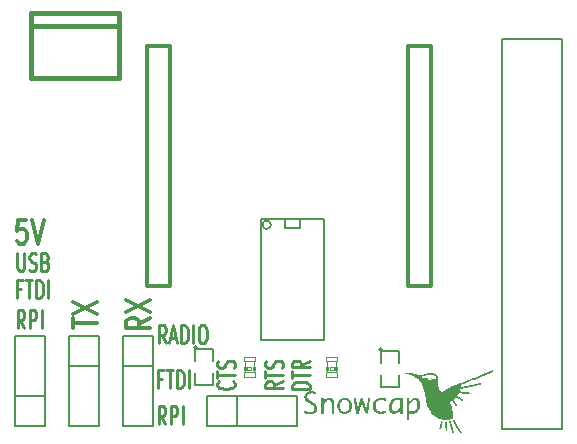
<source format=gto>
G04 (created by PCBNEW (2013-jul-07)-stable) date ma 14. heinäkuuta 2014 13.19.26*
%MOIN*%
G04 Gerber Fmt 3.4, Leading zero omitted, Abs format*
%FSLAX34Y34*%
G01*
G70*
G90*
G04 APERTURE LIST*
%ADD10C,0.00590551*%
%ADD11C,0.01*%
%ADD12C,0.012*%
%ADD13C,0.005*%
%ADD14C,0.006*%
%ADD15C,0.008*%
%ADD16C,0.0026*%
%ADD17C,0.004*%
%ADD18C,0.015*%
%ADD19C,0.0001*%
G04 APERTURE END LIST*
G54D10*
G54D11*
X31842Y-22157D02*
X31242Y-22157D01*
X31242Y-22061D01*
X31271Y-22004D01*
X31328Y-21966D01*
X31385Y-21947D01*
X31500Y-21928D01*
X31585Y-21928D01*
X31700Y-21947D01*
X31757Y-21966D01*
X31814Y-22004D01*
X31842Y-22061D01*
X31842Y-22157D01*
X31242Y-21814D02*
X31242Y-21585D01*
X31842Y-21699D02*
X31242Y-21699D01*
X31842Y-21223D02*
X31557Y-21357D01*
X31842Y-21452D02*
X31242Y-21452D01*
X31242Y-21300D01*
X31271Y-21261D01*
X31300Y-21242D01*
X31357Y-21223D01*
X31442Y-21223D01*
X31500Y-21242D01*
X31528Y-21261D01*
X31557Y-21300D01*
X31557Y-21452D01*
X30942Y-21919D02*
X30657Y-22052D01*
X30942Y-22147D02*
X30342Y-22147D01*
X30342Y-21995D01*
X30371Y-21957D01*
X30400Y-21938D01*
X30457Y-21919D01*
X30542Y-21919D01*
X30600Y-21938D01*
X30628Y-21957D01*
X30657Y-21995D01*
X30657Y-22147D01*
X30342Y-21804D02*
X30342Y-21576D01*
X30942Y-21690D02*
X30342Y-21690D01*
X30914Y-21461D02*
X30942Y-21404D01*
X30942Y-21309D01*
X30914Y-21271D01*
X30885Y-21252D01*
X30828Y-21233D01*
X30771Y-21233D01*
X30714Y-21252D01*
X30685Y-21271D01*
X30657Y-21309D01*
X30628Y-21385D01*
X30600Y-21423D01*
X30571Y-21442D01*
X30514Y-21461D01*
X30457Y-21461D01*
X30400Y-21442D01*
X30371Y-21423D01*
X30342Y-21385D01*
X30342Y-21290D01*
X30371Y-21233D01*
X29285Y-21919D02*
X29314Y-21938D01*
X29342Y-21995D01*
X29342Y-22033D01*
X29314Y-22090D01*
X29257Y-22128D01*
X29200Y-22147D01*
X29085Y-22166D01*
X29000Y-22166D01*
X28885Y-22147D01*
X28828Y-22128D01*
X28771Y-22090D01*
X28742Y-22033D01*
X28742Y-21995D01*
X28771Y-21938D01*
X28800Y-21919D01*
X28742Y-21804D02*
X28742Y-21576D01*
X29342Y-21690D02*
X28742Y-21690D01*
X29314Y-21461D02*
X29342Y-21404D01*
X29342Y-21309D01*
X29314Y-21271D01*
X29285Y-21252D01*
X29228Y-21233D01*
X29171Y-21233D01*
X29114Y-21252D01*
X29085Y-21271D01*
X29057Y-21309D01*
X29028Y-21385D01*
X29000Y-21423D01*
X28971Y-21442D01*
X28914Y-21461D01*
X28857Y-21461D01*
X28800Y-21442D01*
X28771Y-21423D01*
X28742Y-21385D01*
X28742Y-21290D01*
X28771Y-21233D01*
X27028Y-23342D02*
X26895Y-23057D01*
X26800Y-23342D02*
X26800Y-22742D01*
X26952Y-22742D01*
X26990Y-22771D01*
X27009Y-22800D01*
X27028Y-22857D01*
X27028Y-22942D01*
X27009Y-23000D01*
X26990Y-23028D01*
X26952Y-23057D01*
X26800Y-23057D01*
X27200Y-23342D02*
X27200Y-22742D01*
X27352Y-22742D01*
X27390Y-22771D01*
X27409Y-22800D01*
X27428Y-22857D01*
X27428Y-22942D01*
X27409Y-23000D01*
X27390Y-23028D01*
X27352Y-23057D01*
X27200Y-23057D01*
X27600Y-23342D02*
X27600Y-22742D01*
X26909Y-21828D02*
X26776Y-21828D01*
X26776Y-22142D02*
X26776Y-21542D01*
X26966Y-21542D01*
X27061Y-21542D02*
X27290Y-21542D01*
X27176Y-22142D02*
X27176Y-21542D01*
X27423Y-22142D02*
X27423Y-21542D01*
X27519Y-21542D01*
X27576Y-21571D01*
X27614Y-21628D01*
X27633Y-21685D01*
X27652Y-21800D01*
X27652Y-21885D01*
X27633Y-22000D01*
X27614Y-22057D01*
X27576Y-22114D01*
X27519Y-22142D01*
X27423Y-22142D01*
X27823Y-22142D02*
X27823Y-21542D01*
X27047Y-20642D02*
X26914Y-20357D01*
X26819Y-20642D02*
X26819Y-20042D01*
X26971Y-20042D01*
X27009Y-20071D01*
X27028Y-20100D01*
X27047Y-20157D01*
X27047Y-20242D01*
X27028Y-20300D01*
X27009Y-20328D01*
X26971Y-20357D01*
X26819Y-20357D01*
X27200Y-20471D02*
X27390Y-20471D01*
X27161Y-20642D02*
X27295Y-20042D01*
X27428Y-20642D01*
X27561Y-20642D02*
X27561Y-20042D01*
X27657Y-20042D01*
X27714Y-20071D01*
X27752Y-20128D01*
X27771Y-20185D01*
X27790Y-20300D01*
X27790Y-20385D01*
X27771Y-20500D01*
X27752Y-20557D01*
X27714Y-20614D01*
X27657Y-20642D01*
X27561Y-20642D01*
X27961Y-20642D02*
X27961Y-20042D01*
X28228Y-20042D02*
X28304Y-20042D01*
X28342Y-20071D01*
X28380Y-20128D01*
X28400Y-20242D01*
X28400Y-20442D01*
X28380Y-20557D01*
X28342Y-20614D01*
X28304Y-20642D01*
X28228Y-20642D01*
X28190Y-20614D01*
X28152Y-20557D01*
X28133Y-20442D01*
X28133Y-20242D01*
X28152Y-20128D01*
X28190Y-20071D01*
X28228Y-20042D01*
X22209Y-18828D02*
X22076Y-18828D01*
X22076Y-19142D02*
X22076Y-18542D01*
X22266Y-18542D01*
X22361Y-18542D02*
X22590Y-18542D01*
X22476Y-19142D02*
X22476Y-18542D01*
X22723Y-19142D02*
X22723Y-18542D01*
X22819Y-18542D01*
X22876Y-18571D01*
X22914Y-18628D01*
X22933Y-18685D01*
X22952Y-18800D01*
X22952Y-18885D01*
X22933Y-19000D01*
X22914Y-19057D01*
X22876Y-19114D01*
X22819Y-19142D01*
X22723Y-19142D01*
X23123Y-19142D02*
X23123Y-18542D01*
X22328Y-20142D02*
X22195Y-19857D01*
X22100Y-20142D02*
X22100Y-19542D01*
X22252Y-19542D01*
X22290Y-19571D01*
X22309Y-19600D01*
X22328Y-19657D01*
X22328Y-19742D01*
X22309Y-19800D01*
X22290Y-19828D01*
X22252Y-19857D01*
X22100Y-19857D01*
X22500Y-20142D02*
X22500Y-19542D01*
X22652Y-19542D01*
X22690Y-19571D01*
X22709Y-19600D01*
X22728Y-19657D01*
X22728Y-19742D01*
X22709Y-19800D01*
X22690Y-19828D01*
X22652Y-19857D01*
X22500Y-19857D01*
X22900Y-20142D02*
X22900Y-19542D01*
X22095Y-17642D02*
X22095Y-18128D01*
X22114Y-18185D01*
X22133Y-18214D01*
X22171Y-18242D01*
X22247Y-18242D01*
X22285Y-18214D01*
X22304Y-18185D01*
X22323Y-18128D01*
X22323Y-17642D01*
X22495Y-18214D02*
X22552Y-18242D01*
X22647Y-18242D01*
X22685Y-18214D01*
X22704Y-18185D01*
X22723Y-18128D01*
X22723Y-18071D01*
X22704Y-18014D01*
X22685Y-17985D01*
X22647Y-17957D01*
X22571Y-17928D01*
X22533Y-17900D01*
X22514Y-17871D01*
X22495Y-17814D01*
X22495Y-17757D01*
X22514Y-17700D01*
X22533Y-17671D01*
X22571Y-17642D01*
X22666Y-17642D01*
X22723Y-17671D01*
X23028Y-17928D02*
X23085Y-17957D01*
X23104Y-17985D01*
X23123Y-18042D01*
X23123Y-18128D01*
X23104Y-18185D01*
X23085Y-18214D01*
X23047Y-18242D01*
X22895Y-18242D01*
X22895Y-17642D01*
X23028Y-17642D01*
X23066Y-17671D01*
X23085Y-17700D01*
X23104Y-17757D01*
X23104Y-17814D01*
X23085Y-17871D01*
X23066Y-17900D01*
X23028Y-17928D01*
X22895Y-17928D01*
G54D12*
X22385Y-16523D02*
X22100Y-16523D01*
X22071Y-16904D01*
X22100Y-16866D01*
X22157Y-16828D01*
X22300Y-16828D01*
X22357Y-16866D01*
X22385Y-16904D01*
X22414Y-16980D01*
X22414Y-17171D01*
X22385Y-17247D01*
X22357Y-17285D01*
X22300Y-17323D01*
X22157Y-17323D01*
X22100Y-17285D01*
X22071Y-17247D01*
X22585Y-16523D02*
X22785Y-17323D01*
X22985Y-16523D01*
X26523Y-19800D02*
X26142Y-20000D01*
X26523Y-20142D02*
X25723Y-20142D01*
X25723Y-19914D01*
X25761Y-19857D01*
X25800Y-19828D01*
X25876Y-19800D01*
X25990Y-19800D01*
X26066Y-19828D01*
X26104Y-19857D01*
X26142Y-19914D01*
X26142Y-20142D01*
X25723Y-19600D02*
X26523Y-19200D01*
X25723Y-19200D02*
X26523Y-19600D01*
X23933Y-20142D02*
X23933Y-19799D01*
X24733Y-19970D02*
X23933Y-19970D01*
X23933Y-19656D02*
X24733Y-19256D01*
X23933Y-19256D02*
X24733Y-19656D01*
G54D13*
X30541Y-16700D02*
G75*
G03X30541Y-16700I-141J0D01*
G74*
G01*
X31500Y-16500D02*
X31500Y-16800D01*
X31500Y-16800D02*
X31000Y-16800D01*
X31000Y-16800D02*
X31000Y-16500D01*
X30200Y-20550D02*
X30200Y-16500D01*
X32300Y-16500D02*
X32300Y-20550D01*
X32300Y-16500D02*
X30200Y-16500D01*
X32300Y-20550D02*
X30200Y-20550D01*
G54D14*
X23000Y-23400D02*
X22000Y-23400D01*
X22000Y-23400D02*
X22000Y-20400D01*
X22000Y-20400D02*
X23000Y-20400D01*
X23000Y-20400D02*
X23000Y-23400D01*
X22000Y-22400D02*
X23000Y-22400D01*
X25600Y-20400D02*
X26600Y-20400D01*
X26600Y-20400D02*
X26600Y-23400D01*
X26600Y-23400D02*
X25600Y-23400D01*
X25600Y-23400D02*
X25600Y-20400D01*
X26600Y-21400D02*
X25600Y-21400D01*
X23800Y-20400D02*
X24800Y-20400D01*
X24800Y-20400D02*
X24800Y-23400D01*
X24800Y-23400D02*
X23800Y-23400D01*
X23800Y-23400D02*
X23800Y-20400D01*
X24800Y-21400D02*
X23800Y-21400D01*
G54D15*
X38250Y-10500D02*
X38250Y-23500D01*
X40250Y-23500D02*
X40250Y-10500D01*
X40250Y-10500D02*
X38250Y-10500D01*
X38250Y-23500D02*
X40250Y-23500D01*
G54D12*
X27184Y-18726D02*
X26426Y-18726D01*
X26416Y-10743D02*
X27184Y-10743D01*
X26406Y-10743D02*
X26406Y-18726D01*
X27194Y-18726D02*
X27194Y-10743D01*
X35884Y-18726D02*
X35126Y-18726D01*
X35116Y-10743D02*
X35884Y-10743D01*
X35106Y-10743D02*
X35106Y-18726D01*
X35894Y-18726D02*
X35894Y-10743D01*
G54D13*
X34250Y-20850D02*
G75*
G03X34250Y-20850I-50J0D01*
G74*
G01*
X34200Y-21300D02*
X34200Y-20900D01*
X34200Y-20900D02*
X34800Y-20900D01*
X34800Y-20900D02*
X34800Y-21300D01*
X34800Y-21700D02*
X34800Y-22100D01*
X34800Y-22100D02*
X34200Y-22100D01*
X34200Y-22100D02*
X34200Y-21700D01*
X28070Y-20780D02*
G75*
G03X28070Y-20780I-50J0D01*
G74*
G01*
X28020Y-21230D02*
X28020Y-20830D01*
X28020Y-20830D02*
X28620Y-20830D01*
X28620Y-20830D02*
X28620Y-21230D01*
X28620Y-21630D02*
X28620Y-22030D01*
X28620Y-22030D02*
X28020Y-22030D01*
X28020Y-22030D02*
X28020Y-21630D01*
G54D16*
X32747Y-21607D02*
X32393Y-21607D01*
X32393Y-21607D02*
X32393Y-21764D01*
X32747Y-21764D02*
X32393Y-21764D01*
X32747Y-21607D02*
X32747Y-21764D01*
X32747Y-21096D02*
X32393Y-21096D01*
X32393Y-21096D02*
X32393Y-21253D01*
X32747Y-21253D02*
X32393Y-21253D01*
X32747Y-21096D02*
X32747Y-21253D01*
X32747Y-21430D02*
X32688Y-21430D01*
X32688Y-21430D02*
X32688Y-21548D01*
X32747Y-21548D02*
X32688Y-21548D01*
X32747Y-21430D02*
X32747Y-21548D01*
X32452Y-21430D02*
X32393Y-21430D01*
X32393Y-21430D02*
X32393Y-21548D01*
X32452Y-21548D02*
X32393Y-21548D01*
X32452Y-21430D02*
X32452Y-21548D01*
X32629Y-21430D02*
X32511Y-21430D01*
X32511Y-21430D02*
X32511Y-21548D01*
X32629Y-21548D02*
X32511Y-21548D01*
X32629Y-21430D02*
X32629Y-21548D01*
G54D17*
X32727Y-21607D02*
X32727Y-21253D01*
X32413Y-21607D02*
X32413Y-21253D01*
G54D16*
X29997Y-21607D02*
X29643Y-21607D01*
X29643Y-21607D02*
X29643Y-21764D01*
X29997Y-21764D02*
X29643Y-21764D01*
X29997Y-21607D02*
X29997Y-21764D01*
X29997Y-21096D02*
X29643Y-21096D01*
X29643Y-21096D02*
X29643Y-21253D01*
X29997Y-21253D02*
X29643Y-21253D01*
X29997Y-21096D02*
X29997Y-21253D01*
X29997Y-21430D02*
X29938Y-21430D01*
X29938Y-21430D02*
X29938Y-21548D01*
X29997Y-21548D02*
X29938Y-21548D01*
X29997Y-21430D02*
X29997Y-21548D01*
X29702Y-21430D02*
X29643Y-21430D01*
X29643Y-21430D02*
X29643Y-21548D01*
X29702Y-21548D02*
X29643Y-21548D01*
X29702Y-21430D02*
X29702Y-21548D01*
X29879Y-21430D02*
X29761Y-21430D01*
X29761Y-21430D02*
X29761Y-21548D01*
X29879Y-21548D02*
X29761Y-21548D01*
X29879Y-21430D02*
X29879Y-21548D01*
G54D17*
X29977Y-21607D02*
X29977Y-21253D01*
X29663Y-21607D02*
X29663Y-21253D01*
G54D18*
X25491Y-10058D02*
X25491Y-9625D01*
X25491Y-9625D02*
X22539Y-9625D01*
X22539Y-9625D02*
X22539Y-10058D01*
X25491Y-10058D02*
X25491Y-11790D01*
X25491Y-11790D02*
X22539Y-11790D01*
X25491Y-10058D02*
X22539Y-10058D01*
X22539Y-10058D02*
X22539Y-11790D01*
G54D19*
G36*
X36902Y-23626D02*
X36899Y-23633D01*
X36894Y-23639D01*
X36886Y-23648D01*
X36876Y-23651D01*
X36868Y-23650D01*
X36862Y-23649D01*
X36856Y-23645D01*
X36850Y-23639D01*
X36842Y-23630D01*
X36832Y-23617D01*
X36820Y-23602D01*
X36768Y-23526D01*
X36719Y-23446D01*
X36673Y-23361D01*
X36636Y-23283D01*
X36627Y-23262D01*
X36620Y-23247D01*
X36616Y-23235D01*
X36614Y-23226D01*
X36613Y-23219D01*
X36613Y-23213D01*
X36615Y-23207D01*
X36615Y-23207D01*
X36621Y-23199D01*
X36631Y-23194D01*
X36641Y-23191D01*
X36648Y-23191D01*
X36654Y-23193D01*
X36659Y-23197D01*
X36665Y-23204D01*
X36671Y-23214D01*
X36678Y-23228D01*
X36687Y-23247D01*
X36689Y-23254D01*
X36715Y-23309D01*
X36744Y-23365D01*
X36775Y-23421D01*
X36808Y-23475D01*
X36841Y-23526D01*
X36873Y-23572D01*
X36877Y-23578D01*
X36889Y-23594D01*
X36897Y-23607D01*
X36901Y-23617D01*
X36902Y-23626D01*
X36902Y-23626D01*
X36902Y-23626D01*
G37*
G36*
X36641Y-23597D02*
X36638Y-23609D01*
X36631Y-23618D01*
X36620Y-23623D01*
X36609Y-23625D01*
X36597Y-23621D01*
X36594Y-23620D01*
X36589Y-23614D01*
X36584Y-23605D01*
X36583Y-23601D01*
X36581Y-23596D01*
X36577Y-23585D01*
X36572Y-23569D01*
X36566Y-23550D01*
X36560Y-23528D01*
X36552Y-23503D01*
X36544Y-23476D01*
X36535Y-23449D01*
X36527Y-23421D01*
X36518Y-23393D01*
X36510Y-23367D01*
X36503Y-23342D01*
X36496Y-23320D01*
X36491Y-23301D01*
X36486Y-23286D01*
X36483Y-23275D01*
X36482Y-23270D01*
X36481Y-23261D01*
X36483Y-23255D01*
X36492Y-23244D01*
X36503Y-23238D01*
X36514Y-23237D01*
X36525Y-23240D01*
X36534Y-23249D01*
X36538Y-23255D01*
X36541Y-23262D01*
X36545Y-23274D01*
X36550Y-23290D01*
X36556Y-23310D01*
X36563Y-23334D01*
X36571Y-23359D01*
X36580Y-23386D01*
X36588Y-23414D01*
X36597Y-23442D01*
X36605Y-23470D01*
X36613Y-23497D01*
X36620Y-23522D01*
X36627Y-23545D01*
X36632Y-23564D01*
X36636Y-23580D01*
X36639Y-23591D01*
X36641Y-23597D01*
X36641Y-23597D01*
X36641Y-23597D01*
X36641Y-23597D01*
G37*
G36*
X36426Y-23526D02*
X36426Y-23535D01*
X36426Y-23541D01*
X36424Y-23546D01*
X36423Y-23550D01*
X36421Y-23552D01*
X36418Y-23555D01*
X36417Y-23556D01*
X36405Y-23563D01*
X36394Y-23564D01*
X36383Y-23559D01*
X36379Y-23555D01*
X36372Y-23547D01*
X36368Y-23537D01*
X36368Y-23536D01*
X36367Y-23530D01*
X36366Y-23519D01*
X36364Y-23504D01*
X36362Y-23484D01*
X36360Y-23461D01*
X36357Y-23435D01*
X36354Y-23408D01*
X36354Y-23401D01*
X36350Y-23370D01*
X36348Y-23344D01*
X36346Y-23324D01*
X36345Y-23308D01*
X36344Y-23295D01*
X36343Y-23286D01*
X36343Y-23279D01*
X36344Y-23274D01*
X36344Y-23271D01*
X36346Y-23268D01*
X36347Y-23265D01*
X36355Y-23255D01*
X36366Y-23250D01*
X36378Y-23250D01*
X36388Y-23255D01*
X36396Y-23263D01*
X36398Y-23267D01*
X36400Y-23275D01*
X36402Y-23288D01*
X36404Y-23306D01*
X36407Y-23329D01*
X36410Y-23357D01*
X36414Y-23391D01*
X36414Y-23391D01*
X36418Y-23426D01*
X36421Y-23455D01*
X36423Y-23479D01*
X36425Y-23499D01*
X36426Y-23514D01*
X36426Y-23526D01*
X36426Y-23526D01*
X36426Y-23526D01*
G37*
G36*
X36262Y-23275D02*
X36262Y-23292D01*
X36260Y-23314D01*
X36257Y-23338D01*
X36253Y-23363D01*
X36249Y-23386D01*
X36244Y-23406D01*
X36243Y-23410D01*
X36236Y-23434D01*
X36228Y-23456D01*
X36220Y-23475D01*
X36211Y-23489D01*
X36203Y-23499D01*
X36200Y-23501D01*
X36188Y-23504D01*
X36175Y-23502D01*
X36167Y-23498D01*
X36159Y-23490D01*
X36156Y-23480D01*
X36158Y-23467D01*
X36164Y-23451D01*
X36166Y-23447D01*
X36176Y-23422D01*
X36185Y-23392D01*
X36192Y-23359D01*
X36198Y-23320D01*
X36202Y-23278D01*
X36204Y-23263D01*
X36205Y-23253D01*
X36207Y-23246D01*
X36209Y-23242D01*
X36213Y-23238D01*
X36213Y-23238D01*
X36225Y-23231D01*
X36237Y-23231D01*
X36249Y-23236D01*
X36253Y-23240D01*
X36258Y-23244D01*
X36260Y-23249D01*
X36262Y-23256D01*
X36262Y-23266D01*
X36262Y-23275D01*
X36262Y-23275D01*
X36262Y-23275D01*
G37*
G36*
X37948Y-21582D02*
X37946Y-21593D01*
X37940Y-21603D01*
X37939Y-21604D01*
X37934Y-21607D01*
X37924Y-21611D01*
X37910Y-21618D01*
X37893Y-21625D01*
X37875Y-21633D01*
X37870Y-21635D01*
X37856Y-21641D01*
X37837Y-21649D01*
X37814Y-21658D01*
X37786Y-21670D01*
X37756Y-21682D01*
X37724Y-21695D01*
X37690Y-21710D01*
X37655Y-21724D01*
X37619Y-21739D01*
X37613Y-21741D01*
X37544Y-21769D01*
X37474Y-21798D01*
X37402Y-21828D01*
X37330Y-21857D01*
X37259Y-21885D01*
X37190Y-21913D01*
X37123Y-21939D01*
X37060Y-21964D01*
X37002Y-21986D01*
X36995Y-21989D01*
X36971Y-21998D01*
X36950Y-22006D01*
X36930Y-22014D01*
X36914Y-22020D01*
X36901Y-22025D01*
X36893Y-22028D01*
X36891Y-22029D01*
X36888Y-22031D01*
X36886Y-22035D01*
X36884Y-22043D01*
X36882Y-22054D01*
X36879Y-22069D01*
X36877Y-22083D01*
X36876Y-22095D01*
X36875Y-22104D01*
X36875Y-22107D01*
X36878Y-22106D01*
X36887Y-22104D01*
X36901Y-22101D01*
X36920Y-22097D01*
X36944Y-22092D01*
X36971Y-22086D01*
X37003Y-22080D01*
X37037Y-22072D01*
X37075Y-22064D01*
X37115Y-22055D01*
X37157Y-22046D01*
X37186Y-22040D01*
X37229Y-22031D01*
X37271Y-22022D01*
X37311Y-22013D01*
X37349Y-22005D01*
X37383Y-21998D01*
X37415Y-21991D01*
X37442Y-21986D01*
X37466Y-21981D01*
X37485Y-21977D01*
X37499Y-21974D01*
X37507Y-21973D01*
X37509Y-21973D01*
X37523Y-21975D01*
X37532Y-21983D01*
X37538Y-21993D01*
X37539Y-22001D01*
X37537Y-22013D01*
X37530Y-22022D01*
X37523Y-22026D01*
X37519Y-22028D01*
X37509Y-22030D01*
X37494Y-22034D01*
X37474Y-22038D01*
X37449Y-22044D01*
X37421Y-22050D01*
X37388Y-22058D01*
X37352Y-22066D01*
X37314Y-22074D01*
X37273Y-22083D01*
X37230Y-22092D01*
X37186Y-22102D01*
X36858Y-22173D01*
X36847Y-22204D01*
X36841Y-22221D01*
X36837Y-22233D01*
X36834Y-22240D01*
X36833Y-22244D01*
X36834Y-22246D01*
X36835Y-22247D01*
X36836Y-22247D01*
X36841Y-22247D01*
X36852Y-22249D01*
X36867Y-22251D01*
X36886Y-22253D01*
X36909Y-22256D01*
X36934Y-22259D01*
X36960Y-22263D01*
X36988Y-22267D01*
X37016Y-22270D01*
X37043Y-22274D01*
X37069Y-22278D01*
X37093Y-22281D01*
X37115Y-22285D01*
X37133Y-22287D01*
X37146Y-22289D01*
X37155Y-22291D01*
X37159Y-22292D01*
X37169Y-22299D01*
X37175Y-22310D01*
X37176Y-22323D01*
X37171Y-22336D01*
X37162Y-22344D01*
X37150Y-22348D01*
X37148Y-22348D01*
X37143Y-22347D01*
X37132Y-22346D01*
X37116Y-22344D01*
X37096Y-22342D01*
X37072Y-22339D01*
X37045Y-22335D01*
X37016Y-22332D01*
X36984Y-22327D01*
X36970Y-22326D01*
X36938Y-22321D01*
X36909Y-22318D01*
X36881Y-22314D01*
X36857Y-22311D01*
X36837Y-22309D01*
X36820Y-22307D01*
X36809Y-22306D01*
X36803Y-22306D01*
X36802Y-22306D01*
X36800Y-22309D01*
X36796Y-22317D01*
X36789Y-22329D01*
X36781Y-22343D01*
X36776Y-22351D01*
X36752Y-22393D01*
X36844Y-22454D01*
X36865Y-22469D01*
X36885Y-22483D01*
X36903Y-22495D01*
X36919Y-22506D01*
X36930Y-22515D01*
X36938Y-22521D01*
X36941Y-22524D01*
X36946Y-22536D01*
X36945Y-22548D01*
X36937Y-22559D01*
X36937Y-22559D01*
X36933Y-22564D01*
X36928Y-22567D01*
X36923Y-22568D01*
X36917Y-22568D01*
X36910Y-22566D01*
X36901Y-22562D01*
X36889Y-22556D01*
X36874Y-22547D01*
X36855Y-22535D01*
X36832Y-22520D01*
X36813Y-22507D01*
X36791Y-22493D01*
X36771Y-22480D01*
X36754Y-22468D01*
X36739Y-22459D01*
X36727Y-22451D01*
X36720Y-22447D01*
X36718Y-22446D01*
X36715Y-22448D01*
X36709Y-22454D01*
X36700Y-22462D01*
X36696Y-22467D01*
X36686Y-22477D01*
X36675Y-22487D01*
X36662Y-22498D01*
X36651Y-22507D01*
X36642Y-22514D01*
X36638Y-22517D01*
X36640Y-22519D01*
X36644Y-22527D01*
X36651Y-22538D01*
X36660Y-22553D01*
X36671Y-22571D01*
X36683Y-22591D01*
X36693Y-22607D01*
X36709Y-22634D01*
X36722Y-22656D01*
X36733Y-22674D01*
X36740Y-22688D01*
X36745Y-22699D01*
X36748Y-22707D01*
X36749Y-22714D01*
X36748Y-22719D01*
X36745Y-22723D01*
X36741Y-22728D01*
X36739Y-22730D01*
X36727Y-22737D01*
X36716Y-22738D01*
X36705Y-22733D01*
X36699Y-22728D01*
X36695Y-22723D01*
X36688Y-22713D01*
X36679Y-22700D01*
X36668Y-22683D01*
X36656Y-22663D01*
X36643Y-22642D01*
X36638Y-22634D01*
X36625Y-22613D01*
X36614Y-22594D01*
X36603Y-22578D01*
X36595Y-22565D01*
X36589Y-22555D01*
X36586Y-22550D01*
X36585Y-22550D01*
X36582Y-22551D01*
X36575Y-22555D01*
X36564Y-22562D01*
X36551Y-22570D01*
X36543Y-22575D01*
X36502Y-22600D01*
X36510Y-22618D01*
X36539Y-22688D01*
X36564Y-22761D01*
X36586Y-22838D01*
X36595Y-22876D01*
X36602Y-22913D01*
X36608Y-22952D01*
X36613Y-22992D01*
X36616Y-23031D01*
X36618Y-23068D01*
X36618Y-23099D01*
X36617Y-23132D01*
X36603Y-23147D01*
X36591Y-23158D01*
X36579Y-23167D01*
X36565Y-23174D01*
X36548Y-23180D01*
X36527Y-23186D01*
X36488Y-23195D01*
X36452Y-23201D01*
X36417Y-23204D01*
X36379Y-23205D01*
X36339Y-23202D01*
X36330Y-23202D01*
X36299Y-23199D01*
X36273Y-23195D01*
X36251Y-23192D01*
X36231Y-23187D01*
X36211Y-23181D01*
X36191Y-23174D01*
X36168Y-23165D01*
X36160Y-23161D01*
X36112Y-23139D01*
X36068Y-23113D01*
X36055Y-23104D01*
X36055Y-21811D01*
X36053Y-21798D01*
X36047Y-21774D01*
X36038Y-21754D01*
X36029Y-21743D01*
X36015Y-21731D01*
X35996Y-21721D01*
X35975Y-21712D01*
X35953Y-21706D01*
X35938Y-21703D01*
X35918Y-21702D01*
X35895Y-21701D01*
X35871Y-21701D01*
X35845Y-21701D01*
X35821Y-21702D01*
X35799Y-21704D01*
X35785Y-21706D01*
X35758Y-21711D01*
X35728Y-21717D01*
X35695Y-21725D01*
X35661Y-21735D01*
X35627Y-21744D01*
X35595Y-21754D01*
X35567Y-21764D01*
X35560Y-21767D01*
X35530Y-21779D01*
X35545Y-21781D01*
X35564Y-21784D01*
X35586Y-21786D01*
X35612Y-21789D01*
X35639Y-21792D01*
X35667Y-21795D01*
X35694Y-21797D01*
X35720Y-21799D01*
X35743Y-21801D01*
X35762Y-21802D01*
X35775Y-21803D01*
X35776Y-21803D01*
X35801Y-21803D01*
X35790Y-21811D01*
X35780Y-21821D01*
X35776Y-21831D01*
X35777Y-21842D01*
X35778Y-21845D01*
X35784Y-21854D01*
X35794Y-21861D01*
X35809Y-21868D01*
X35816Y-21871D01*
X35829Y-21873D01*
X35845Y-21874D01*
X35862Y-21873D01*
X35876Y-21871D01*
X35887Y-21867D01*
X35888Y-21867D01*
X35899Y-21857D01*
X35905Y-21847D01*
X35905Y-21835D01*
X35899Y-21824D01*
X35897Y-21821D01*
X35894Y-21818D01*
X35893Y-21816D01*
X35894Y-21816D01*
X35900Y-21816D01*
X35911Y-21818D01*
X35922Y-21820D01*
X35937Y-21822D01*
X35956Y-21824D01*
X35975Y-21826D01*
X35984Y-21827D01*
X36000Y-21828D01*
X36011Y-21828D01*
X36018Y-21827D01*
X36025Y-21825D01*
X36032Y-21822D01*
X36037Y-21820D01*
X36055Y-21811D01*
X36055Y-23104D01*
X36026Y-23083D01*
X35984Y-23049D01*
X35956Y-23023D01*
X35922Y-22988D01*
X35891Y-22955D01*
X35864Y-22921D01*
X35840Y-22886D01*
X35818Y-22849D01*
X35797Y-22809D01*
X35777Y-22765D01*
X35760Y-22723D01*
X35751Y-22700D01*
X35744Y-22679D01*
X35737Y-22657D01*
X35731Y-22635D01*
X35725Y-22611D01*
X35719Y-22584D01*
X35714Y-22554D01*
X35708Y-22520D01*
X35701Y-22481D01*
X35698Y-22463D01*
X35688Y-22400D01*
X35678Y-22344D01*
X35668Y-22292D01*
X35658Y-22245D01*
X35647Y-22201D01*
X35636Y-22160D01*
X35623Y-22122D01*
X35610Y-22085D01*
X35595Y-22049D01*
X35579Y-22013D01*
X35565Y-21984D01*
X35558Y-21971D01*
X35548Y-21954D01*
X35536Y-21935D01*
X35523Y-21916D01*
X35509Y-21896D01*
X35495Y-21877D01*
X35482Y-21860D01*
X35471Y-21845D01*
X35461Y-21834D01*
X35454Y-21828D01*
X35454Y-21828D01*
X35426Y-21809D01*
X35393Y-21789D01*
X35356Y-21769D01*
X35316Y-21749D01*
X35275Y-21730D01*
X35233Y-21713D01*
X35193Y-21697D01*
X35154Y-21684D01*
X35150Y-21683D01*
X35113Y-21673D01*
X35082Y-21664D01*
X35053Y-21657D01*
X35027Y-21652D01*
X35000Y-21647D01*
X34974Y-21644D01*
X34945Y-21641D01*
X34928Y-21640D01*
X34914Y-21639D01*
X34905Y-21638D01*
X34900Y-21636D01*
X34898Y-21634D01*
X34898Y-21632D01*
X34898Y-21629D01*
X34901Y-21627D01*
X34906Y-21625D01*
X34914Y-21624D01*
X34925Y-21623D01*
X34941Y-21623D01*
X34961Y-21624D01*
X34987Y-21624D01*
X35016Y-21625D01*
X35079Y-21628D01*
X35136Y-21632D01*
X35188Y-21638D01*
X35237Y-21644D01*
X35282Y-21652D01*
X35324Y-21661D01*
X35365Y-21672D01*
X35404Y-21685D01*
X35443Y-21700D01*
X35460Y-21707D01*
X35475Y-21713D01*
X35488Y-21718D01*
X35498Y-21722D01*
X35505Y-21723D01*
X35505Y-21723D01*
X35510Y-21721D01*
X35520Y-21717D01*
X35532Y-21713D01*
X35540Y-21710D01*
X35566Y-21700D01*
X35597Y-21690D01*
X35631Y-21680D01*
X35666Y-21671D01*
X35700Y-21662D01*
X35732Y-21654D01*
X35761Y-21649D01*
X35774Y-21647D01*
X35800Y-21643D01*
X35830Y-21641D01*
X35860Y-21640D01*
X35889Y-21639D01*
X35915Y-21640D01*
X35930Y-21642D01*
X35970Y-21648D01*
X36005Y-21659D01*
X36036Y-21673D01*
X36061Y-21690D01*
X36082Y-21711D01*
X36097Y-21735D01*
X36102Y-21746D01*
X36105Y-21756D01*
X36108Y-21767D01*
X36111Y-21780D01*
X36113Y-21796D01*
X36115Y-21815D01*
X36117Y-21837D01*
X36119Y-21864D01*
X36120Y-21896D01*
X36122Y-21933D01*
X36122Y-21940D01*
X36124Y-21985D01*
X36126Y-22025D01*
X36128Y-22059D01*
X36131Y-22089D01*
X36134Y-22114D01*
X36137Y-22136D01*
X36141Y-22155D01*
X36145Y-22170D01*
X36149Y-22184D01*
X36155Y-22196D01*
X36155Y-22196D01*
X36158Y-22202D01*
X36161Y-22206D01*
X36166Y-22212D01*
X36173Y-22218D01*
X36182Y-22225D01*
X36195Y-22236D01*
X36208Y-22245D01*
X36240Y-22270D01*
X36259Y-22256D01*
X36280Y-22240D01*
X36306Y-22223D01*
X36336Y-22204D01*
X36370Y-22184D01*
X36407Y-22163D01*
X36445Y-22143D01*
X36483Y-22123D01*
X36522Y-22104D01*
X36560Y-22086D01*
X36584Y-22076D01*
X36611Y-22064D01*
X36642Y-22052D01*
X36674Y-22039D01*
X36707Y-22027D01*
X36740Y-22014D01*
X36772Y-22003D01*
X36801Y-21993D01*
X36827Y-21984D01*
X36848Y-21978D01*
X36849Y-21978D01*
X36863Y-21973D01*
X36882Y-21967D01*
X36907Y-21958D01*
X36937Y-21946D01*
X36972Y-21933D01*
X37012Y-21918D01*
X37056Y-21901D01*
X37104Y-21882D01*
X37156Y-21861D01*
X37212Y-21839D01*
X37271Y-21815D01*
X37334Y-21790D01*
X37400Y-21763D01*
X37468Y-21735D01*
X37539Y-21706D01*
X37613Y-21676D01*
X37688Y-21645D01*
X37766Y-21613D01*
X37832Y-21585D01*
X37856Y-21575D01*
X37876Y-21567D01*
X37891Y-21561D01*
X37902Y-21557D01*
X37911Y-21554D01*
X37917Y-21553D01*
X37921Y-21552D01*
X37925Y-21553D01*
X37929Y-21554D01*
X37930Y-21554D01*
X37940Y-21560D01*
X37946Y-21570D01*
X37948Y-21582D01*
X37948Y-21582D01*
X37948Y-21582D01*
G37*
G36*
X35517Y-22679D02*
X35515Y-22723D01*
X35509Y-22763D01*
X35500Y-22800D01*
X35486Y-22835D01*
X35482Y-22844D01*
X35460Y-22882D01*
X35434Y-22915D01*
X35423Y-22926D01*
X35423Y-22707D01*
X35423Y-22672D01*
X35419Y-22640D01*
X35412Y-22611D01*
X35401Y-22587D01*
X35388Y-22567D01*
X35372Y-22552D01*
X35353Y-22542D01*
X35334Y-22538D01*
X35313Y-22539D01*
X35291Y-22546D01*
X35268Y-22558D01*
X35244Y-22574D01*
X35221Y-22595D01*
X35198Y-22620D01*
X35176Y-22649D01*
X35173Y-22654D01*
X35153Y-22684D01*
X35153Y-22798D01*
X35153Y-22911D01*
X35177Y-22916D01*
X35197Y-22919D01*
X35219Y-22921D01*
X35241Y-22921D01*
X35261Y-22920D01*
X35277Y-22918D01*
X35282Y-22917D01*
X35304Y-22910D01*
X35323Y-22900D01*
X35342Y-22886D01*
X35360Y-22870D01*
X35380Y-22846D01*
X35397Y-22821D01*
X35409Y-22793D01*
X35417Y-22761D01*
X35422Y-22725D01*
X35423Y-22707D01*
X35423Y-22926D01*
X35406Y-22942D01*
X35375Y-22963D01*
X35341Y-22980D01*
X35304Y-22990D01*
X35300Y-22991D01*
X35289Y-22992D01*
X35274Y-22993D01*
X35255Y-22993D01*
X35235Y-22993D01*
X35214Y-22993D01*
X35195Y-22992D01*
X35178Y-22991D01*
X35166Y-22989D01*
X35162Y-22989D01*
X35153Y-22987D01*
X35153Y-23088D01*
X35153Y-23189D01*
X35109Y-23189D01*
X35065Y-23189D01*
X35065Y-22828D01*
X35065Y-22467D01*
X35108Y-22468D01*
X35151Y-22469D01*
X35152Y-22525D01*
X35153Y-22581D01*
X35173Y-22555D01*
X35200Y-22524D01*
X35231Y-22498D01*
X35263Y-22479D01*
X35287Y-22468D01*
X35309Y-22460D01*
X35330Y-22456D01*
X35352Y-22456D01*
X35359Y-22456D01*
X35385Y-22459D01*
X35408Y-22468D01*
X35431Y-22481D01*
X35454Y-22500D01*
X35455Y-22501D01*
X35468Y-22513D01*
X35477Y-22525D01*
X35486Y-22539D01*
X35492Y-22551D01*
X35501Y-22573D01*
X35508Y-22594D01*
X35513Y-22617D01*
X35516Y-22643D01*
X35517Y-22674D01*
X35517Y-22679D01*
X35517Y-22679D01*
X35517Y-22679D01*
G37*
G36*
X32087Y-22798D02*
X32086Y-22831D01*
X32079Y-22863D01*
X32069Y-22892D01*
X32052Y-22921D01*
X32029Y-22946D01*
X32003Y-22968D01*
X31972Y-22985D01*
X31936Y-22997D01*
X31918Y-23002D01*
X31902Y-23004D01*
X31881Y-23006D01*
X31858Y-23008D01*
X31834Y-23008D01*
X31811Y-23008D01*
X31791Y-23008D01*
X31776Y-23006D01*
X31749Y-23002D01*
X31719Y-22995D01*
X31688Y-22986D01*
X31676Y-22982D01*
X31650Y-22973D01*
X31649Y-22928D01*
X31648Y-22884D01*
X31677Y-22897D01*
X31709Y-22909D01*
X31744Y-22920D01*
X31778Y-22928D01*
X31810Y-22934D01*
X31840Y-22937D01*
X31848Y-22937D01*
X31872Y-22935D01*
X31897Y-22930D01*
X31920Y-22923D01*
X31941Y-22913D01*
X31957Y-22902D01*
X31959Y-22900D01*
X31975Y-22882D01*
X31986Y-22860D01*
X31993Y-22836D01*
X31994Y-22812D01*
X31994Y-22810D01*
X31991Y-22794D01*
X31986Y-22778D01*
X31978Y-22763D01*
X31968Y-22748D01*
X31953Y-22734D01*
X31935Y-22718D01*
X31913Y-22702D01*
X31886Y-22684D01*
X31853Y-22664D01*
X31829Y-22650D01*
X31803Y-22635D01*
X31782Y-22622D01*
X31764Y-22611D01*
X31750Y-22601D01*
X31737Y-22592D01*
X31726Y-22582D01*
X31715Y-22572D01*
X31714Y-22570D01*
X31690Y-22543D01*
X31673Y-22514D01*
X31662Y-22483D01*
X31657Y-22451D01*
X31657Y-22438D01*
X31659Y-22403D01*
X31667Y-22372D01*
X31679Y-22344D01*
X31697Y-22318D01*
X31709Y-22306D01*
X31730Y-22288D01*
X31751Y-22273D01*
X31776Y-22262D01*
X31803Y-22254D01*
X31836Y-22249D01*
X31853Y-22247D01*
X31878Y-22245D01*
X31906Y-22246D01*
X31935Y-22248D01*
X31964Y-22251D01*
X31991Y-22255D01*
X32014Y-22260D01*
X32030Y-22266D01*
X32039Y-22269D01*
X32039Y-22306D01*
X32039Y-22321D01*
X32039Y-22333D01*
X32038Y-22342D01*
X32038Y-22345D01*
X32034Y-22345D01*
X32026Y-22343D01*
X32015Y-22340D01*
X32009Y-22338D01*
X31968Y-22327D01*
X31925Y-22320D01*
X31902Y-22318D01*
X31867Y-22318D01*
X31837Y-22323D01*
X31810Y-22333D01*
X31787Y-22349D01*
X31778Y-22356D01*
X31765Y-22371D01*
X31757Y-22387D01*
X31752Y-22405D01*
X31751Y-22427D01*
X31751Y-22441D01*
X31753Y-22455D01*
X31757Y-22467D01*
X31763Y-22479D01*
X31771Y-22491D01*
X31782Y-22503D01*
X31797Y-22515D01*
X31816Y-22529D01*
X31839Y-22545D01*
X31866Y-22562D01*
X31899Y-22582D01*
X31908Y-22587D01*
X31939Y-22606D01*
X31964Y-22621D01*
X31985Y-22635D01*
X32002Y-22648D01*
X32017Y-22659D01*
X32029Y-22670D01*
X32039Y-22681D01*
X32048Y-22692D01*
X32057Y-22705D01*
X32059Y-22708D01*
X32073Y-22736D01*
X32083Y-22766D01*
X32087Y-22798D01*
X32087Y-22798D01*
X32087Y-22798D01*
G37*
G36*
X33245Y-22750D02*
X33243Y-22779D01*
X33239Y-22806D01*
X33233Y-22830D01*
X33224Y-22854D01*
X33205Y-22890D01*
X33182Y-22922D01*
X33155Y-22948D01*
X33153Y-22950D01*
X33153Y-22723D01*
X33151Y-22686D01*
X33145Y-22652D01*
X33135Y-22620D01*
X33121Y-22593D01*
X33105Y-22572D01*
X33085Y-22553D01*
X33064Y-22540D01*
X33039Y-22531D01*
X33012Y-22528D01*
X32994Y-22528D01*
X32979Y-22529D01*
X32967Y-22531D01*
X32957Y-22533D01*
X32945Y-22538D01*
X32943Y-22539D01*
X32918Y-22554D01*
X32897Y-22574D01*
X32880Y-22599D01*
X32866Y-22630D01*
X32861Y-22646D01*
X32858Y-22656D01*
X32856Y-22665D01*
X32855Y-22675D01*
X32854Y-22688D01*
X32854Y-22703D01*
X32854Y-22724D01*
X32854Y-22728D01*
X32854Y-22753D01*
X32855Y-22774D01*
X32857Y-22792D01*
X32860Y-22807D01*
X32865Y-22822D01*
X32871Y-22837D01*
X32876Y-22849D01*
X32893Y-22875D01*
X32912Y-22897D01*
X32935Y-22913D01*
X32961Y-22924D01*
X32989Y-22929D01*
X33019Y-22929D01*
X33027Y-22928D01*
X33054Y-22920D01*
X33079Y-22907D01*
X33101Y-22889D01*
X33119Y-22866D01*
X33133Y-22839D01*
X33144Y-22806D01*
X33151Y-22770D01*
X33152Y-22761D01*
X33153Y-22723D01*
X33153Y-22950D01*
X33125Y-22970D01*
X33092Y-22986D01*
X33056Y-22997D01*
X33018Y-23002D01*
X32981Y-23001D01*
X32943Y-22995D01*
X32908Y-22984D01*
X32875Y-22967D01*
X32846Y-22945D01*
X32820Y-22919D01*
X32798Y-22888D01*
X32781Y-22852D01*
X32768Y-22814D01*
X32765Y-22803D01*
X32763Y-22792D01*
X32761Y-22781D01*
X32760Y-22768D01*
X32760Y-22753D01*
X32760Y-22732D01*
X32760Y-22729D01*
X32760Y-22708D01*
X32760Y-22691D01*
X32761Y-22677D01*
X32762Y-22666D01*
X32764Y-22655D01*
X32766Y-22646D01*
X32779Y-22609D01*
X32796Y-22574D01*
X32817Y-22542D01*
X32842Y-22515D01*
X32869Y-22492D01*
X32875Y-22488D01*
X32901Y-22474D01*
X32929Y-22464D01*
X32959Y-22458D01*
X32993Y-22455D01*
X33014Y-22456D01*
X33046Y-22458D01*
X33073Y-22463D01*
X33098Y-22471D01*
X33121Y-22483D01*
X33126Y-22486D01*
X33150Y-22503D01*
X33174Y-22525D01*
X33195Y-22551D01*
X33213Y-22578D01*
X33225Y-22605D01*
X33232Y-22624D01*
X33237Y-22640D01*
X33241Y-22656D01*
X33243Y-22672D01*
X33244Y-22692D01*
X33245Y-22716D01*
X33245Y-22717D01*
X33245Y-22750D01*
X33245Y-22750D01*
X33245Y-22750D01*
G37*
G36*
X34368Y-22972D02*
X34360Y-22975D01*
X34354Y-22977D01*
X34343Y-22980D01*
X34329Y-22984D01*
X34322Y-22986D01*
X34276Y-22995D01*
X34232Y-23000D01*
X34190Y-23001D01*
X34169Y-23000D01*
X34141Y-22995D01*
X34111Y-22987D01*
X34083Y-22976D01*
X34062Y-22965D01*
X34034Y-22946D01*
X34009Y-22922D01*
X33986Y-22895D01*
X33967Y-22866D01*
X33964Y-22860D01*
X33950Y-22826D01*
X33941Y-22789D01*
X33936Y-22751D01*
X33936Y-22712D01*
X33940Y-22674D01*
X33948Y-22637D01*
X33961Y-22604D01*
X33962Y-22602D01*
X33982Y-22568D01*
X34007Y-22538D01*
X34035Y-22511D01*
X34067Y-22489D01*
X34100Y-22472D01*
X34131Y-22463D01*
X34166Y-22457D01*
X34205Y-22455D01*
X34246Y-22458D01*
X34289Y-22464D01*
X34333Y-22474D01*
X34345Y-22477D01*
X34368Y-22484D01*
X34368Y-22525D01*
X34368Y-22542D01*
X34368Y-22553D01*
X34367Y-22560D01*
X34366Y-22564D01*
X34364Y-22565D01*
X34363Y-22564D01*
X34358Y-22563D01*
X34348Y-22559D01*
X34335Y-22555D01*
X34322Y-22550D01*
X34305Y-22544D01*
X34288Y-22539D01*
X34272Y-22534D01*
X34263Y-22532D01*
X34243Y-22529D01*
X34220Y-22528D01*
X34197Y-22528D01*
X34176Y-22529D01*
X34159Y-22532D01*
X34159Y-22532D01*
X34129Y-22543D01*
X34103Y-22559D01*
X34080Y-22580D01*
X34061Y-22605D01*
X34047Y-22633D01*
X34036Y-22666D01*
X34031Y-22701D01*
X34030Y-22724D01*
X34031Y-22752D01*
X34035Y-22775D01*
X34041Y-22799D01*
X34051Y-22822D01*
X34068Y-22852D01*
X34087Y-22876D01*
X34109Y-22895D01*
X34135Y-22909D01*
X34144Y-22913D01*
X34157Y-22916D01*
X34174Y-22919D01*
X34195Y-22920D01*
X34216Y-22921D01*
X34237Y-22921D01*
X34256Y-22920D01*
X34265Y-22919D01*
X34276Y-22916D01*
X34290Y-22913D01*
X34307Y-22908D01*
X34325Y-22903D01*
X34342Y-22898D01*
X34355Y-22894D01*
X34363Y-22891D01*
X34365Y-22891D01*
X34367Y-22893D01*
X34368Y-22898D01*
X34368Y-22907D01*
X34368Y-22921D01*
X34368Y-22931D01*
X34368Y-22972D01*
X34368Y-22972D01*
X34368Y-22972D01*
G37*
G36*
X34947Y-22984D02*
X34946Y-22986D01*
X34941Y-22987D01*
X34934Y-22987D01*
X34921Y-22988D01*
X34904Y-22988D01*
X34903Y-22988D01*
X34858Y-22988D01*
X34852Y-22955D01*
X34850Y-22938D01*
X34847Y-22920D01*
X34846Y-22904D01*
X34845Y-22899D01*
X34844Y-22887D01*
X34843Y-22878D01*
X34842Y-22874D01*
X34841Y-22874D01*
X34841Y-22874D01*
X34841Y-22772D01*
X34840Y-22659D01*
X34839Y-22545D01*
X34822Y-22541D01*
X34811Y-22539D01*
X34797Y-22537D01*
X34780Y-22536D01*
X34772Y-22535D01*
X34739Y-22535D01*
X34710Y-22540D01*
X34684Y-22549D01*
X34659Y-22564D01*
X34635Y-22585D01*
X34633Y-22587D01*
X34614Y-22609D01*
X34598Y-22633D01*
X34587Y-22660D01*
X34579Y-22687D01*
X34575Y-22706D01*
X34573Y-22729D01*
X34572Y-22753D01*
X34571Y-22778D01*
X34573Y-22801D01*
X34575Y-22820D01*
X34577Y-22829D01*
X34587Y-22858D01*
X34601Y-22882D01*
X34618Y-22900D01*
X34631Y-22909D01*
X34650Y-22917D01*
X34672Y-22918D01*
X34694Y-22914D01*
X34702Y-22911D01*
X34716Y-22905D01*
X34729Y-22897D01*
X34735Y-22893D01*
X34751Y-22881D01*
X34769Y-22865D01*
X34787Y-22846D01*
X34803Y-22826D01*
X34818Y-22807D01*
X34821Y-22802D01*
X34841Y-22772D01*
X34841Y-22874D01*
X34839Y-22877D01*
X34834Y-22883D01*
X34830Y-22889D01*
X34818Y-22906D01*
X34802Y-22923D01*
X34785Y-22940D01*
X34767Y-22955D01*
X34759Y-22961D01*
X34726Y-22980D01*
X34695Y-22993D01*
X34664Y-23000D01*
X34633Y-23001D01*
X34625Y-23000D01*
X34599Y-22994D01*
X34574Y-22982D01*
X34550Y-22966D01*
X34528Y-22945D01*
X34510Y-22921D01*
X34498Y-22899D01*
X34494Y-22888D01*
X34489Y-22873D01*
X34485Y-22857D01*
X34485Y-22855D01*
X34478Y-22812D01*
X34477Y-22768D01*
X34480Y-22725D01*
X34488Y-22683D01*
X34500Y-22643D01*
X34516Y-22605D01*
X34536Y-22571D01*
X34560Y-22541D01*
X34588Y-22515D01*
X34593Y-22511D01*
X34614Y-22496D01*
X34635Y-22484D01*
X34657Y-22475D01*
X34673Y-22470D01*
X34683Y-22468D01*
X34693Y-22466D01*
X34706Y-22465D01*
X34720Y-22464D01*
X34738Y-22463D01*
X34760Y-22463D01*
X34785Y-22464D01*
X34816Y-22464D01*
X34852Y-22466D01*
X34857Y-22466D01*
X34929Y-22468D01*
X34929Y-22671D01*
X34929Y-22719D01*
X34929Y-22760D01*
X34930Y-22797D01*
X34930Y-22828D01*
X34931Y-22856D01*
X34932Y-22879D01*
X34933Y-22899D01*
X34934Y-22917D01*
X34936Y-22932D01*
X34938Y-22945D01*
X34940Y-22958D01*
X34943Y-22969D01*
X34946Y-22980D01*
X34947Y-22982D01*
X34947Y-22984D01*
X34947Y-22984D01*
X34947Y-22984D01*
G37*
G36*
X32651Y-22988D02*
X32608Y-22988D01*
X32566Y-22988D01*
X32565Y-22801D01*
X32564Y-22756D01*
X32564Y-22716D01*
X32563Y-22682D01*
X32562Y-22653D01*
X32562Y-22630D01*
X32561Y-22613D01*
X32560Y-22602D01*
X32559Y-22598D01*
X32552Y-22577D01*
X32540Y-22560D01*
X32525Y-22546D01*
X32507Y-22537D01*
X32493Y-22534D01*
X32472Y-22535D01*
X32450Y-22542D01*
X32426Y-22553D01*
X32402Y-22568D01*
X32379Y-22588D01*
X32356Y-22610D01*
X32335Y-22636D01*
X32316Y-22664D01*
X32315Y-22666D01*
X32304Y-22685D01*
X32304Y-22836D01*
X32304Y-22988D01*
X32261Y-22988D01*
X32219Y-22988D01*
X32219Y-22728D01*
X32219Y-22468D01*
X32261Y-22468D01*
X32304Y-22468D01*
X32304Y-22524D01*
X32304Y-22579D01*
X32313Y-22569D01*
X32326Y-22551D01*
X32337Y-22538D01*
X32347Y-22527D01*
X32357Y-22518D01*
X32367Y-22508D01*
X32368Y-22508D01*
X32397Y-22487D01*
X32428Y-22471D01*
X32459Y-22460D01*
X32490Y-22455D01*
X32520Y-22456D01*
X32549Y-22463D01*
X32577Y-22476D01*
X32583Y-22480D01*
X32602Y-22493D01*
X32616Y-22509D01*
X32628Y-22527D01*
X32636Y-22548D01*
X32643Y-22573D01*
X32647Y-22603D01*
X32647Y-22608D01*
X32648Y-22618D01*
X32648Y-22633D01*
X32649Y-22653D01*
X32650Y-22678D01*
X32650Y-22705D01*
X32650Y-22736D01*
X32650Y-22768D01*
X32650Y-22801D01*
X32650Y-22815D01*
X32651Y-22988D01*
X32651Y-22988D01*
X32651Y-22988D01*
G37*
G36*
X33848Y-22470D02*
X33848Y-22473D01*
X33846Y-22482D01*
X33844Y-22497D01*
X33841Y-22516D01*
X33837Y-22540D01*
X33833Y-22567D01*
X33828Y-22598D01*
X33822Y-22632D01*
X33816Y-22669D01*
X33810Y-22708D01*
X33807Y-22730D01*
X33765Y-22988D01*
X33724Y-22987D01*
X33684Y-22986D01*
X33634Y-22819D01*
X33624Y-22786D01*
X33615Y-22755D01*
X33606Y-22725D01*
X33598Y-22696D01*
X33591Y-22671D01*
X33585Y-22650D01*
X33581Y-22632D01*
X33577Y-22620D01*
X33577Y-22617D01*
X33574Y-22603D01*
X33571Y-22591D01*
X33569Y-22584D01*
X33568Y-22581D01*
X33566Y-22584D01*
X33564Y-22592D01*
X33562Y-22603D01*
X33559Y-22617D01*
X33557Y-22626D01*
X33553Y-22642D01*
X33549Y-22662D01*
X33543Y-22685D01*
X33536Y-22713D01*
X33529Y-22742D01*
X33521Y-22774D01*
X33512Y-22806D01*
X33509Y-22820D01*
X33466Y-22988D01*
X33424Y-22988D01*
X33407Y-22988D01*
X33395Y-22987D01*
X33388Y-22987D01*
X33383Y-22986D01*
X33381Y-22984D01*
X33380Y-22981D01*
X33380Y-22981D01*
X33380Y-22976D01*
X33378Y-22966D01*
X33375Y-22951D01*
X33372Y-22931D01*
X33368Y-22907D01*
X33364Y-22879D01*
X33358Y-22848D01*
X33353Y-22814D01*
X33347Y-22778D01*
X33341Y-22739D01*
X33339Y-22729D01*
X33333Y-22691D01*
X33327Y-22654D01*
X33321Y-22619D01*
X33316Y-22587D01*
X33311Y-22558D01*
X33307Y-22532D01*
X33304Y-22511D01*
X33301Y-22494D01*
X33299Y-22483D01*
X33298Y-22477D01*
X33298Y-22476D01*
X33296Y-22468D01*
X33336Y-22468D01*
X33354Y-22468D01*
X33366Y-22468D01*
X33374Y-22470D01*
X33377Y-22471D01*
X33377Y-22472D01*
X33378Y-22475D01*
X33379Y-22485D01*
X33382Y-22499D01*
X33385Y-22518D01*
X33388Y-22541D01*
X33392Y-22566D01*
X33397Y-22595D01*
X33402Y-22625D01*
X33402Y-22628D01*
X33410Y-22676D01*
X33416Y-22719D01*
X33422Y-22755D01*
X33427Y-22785D01*
X33431Y-22809D01*
X33434Y-22828D01*
X33437Y-22841D01*
X33439Y-22849D01*
X33439Y-22851D01*
X33440Y-22849D01*
X33442Y-22841D01*
X33444Y-22830D01*
X33446Y-22820D01*
X33448Y-22810D01*
X33451Y-22796D01*
X33456Y-22776D01*
X33461Y-22753D01*
X33468Y-22726D01*
X33475Y-22697D01*
X33483Y-22667D01*
X33491Y-22635D01*
X33493Y-22628D01*
X33535Y-22469D01*
X33574Y-22469D01*
X33613Y-22469D01*
X33658Y-22622D01*
X33667Y-22653D01*
X33676Y-22684D01*
X33685Y-22714D01*
X33693Y-22741D01*
X33699Y-22766D01*
X33705Y-22787D01*
X33709Y-22803D01*
X33712Y-22814D01*
X33712Y-22814D01*
X33716Y-22831D01*
X33719Y-22841D01*
X33721Y-22847D01*
X33723Y-22847D01*
X33723Y-22846D01*
X33724Y-22841D01*
X33726Y-22830D01*
X33728Y-22815D01*
X33731Y-22797D01*
X33734Y-22777D01*
X33736Y-22764D01*
X33740Y-22742D01*
X33744Y-22715D01*
X33749Y-22685D01*
X33754Y-22653D01*
X33759Y-22621D01*
X33763Y-22590D01*
X33765Y-22581D01*
X33769Y-22556D01*
X33773Y-22532D01*
X33776Y-22512D01*
X33778Y-22494D01*
X33780Y-22481D01*
X33782Y-22473D01*
X33782Y-22470D01*
X33785Y-22469D01*
X33792Y-22468D01*
X33803Y-22468D01*
X33815Y-22468D01*
X33828Y-22468D01*
X33838Y-22468D01*
X33846Y-22469D01*
X33848Y-22470D01*
X33848Y-22470D01*
X33848Y-22470D01*
G37*
G54D14*
X28400Y-23400D02*
X28400Y-22400D01*
X28400Y-22400D02*
X31400Y-22400D01*
X31400Y-22400D02*
X31400Y-23400D01*
X31400Y-23400D02*
X28400Y-23400D01*
X29400Y-22400D02*
X29400Y-23400D01*
M02*

</source>
